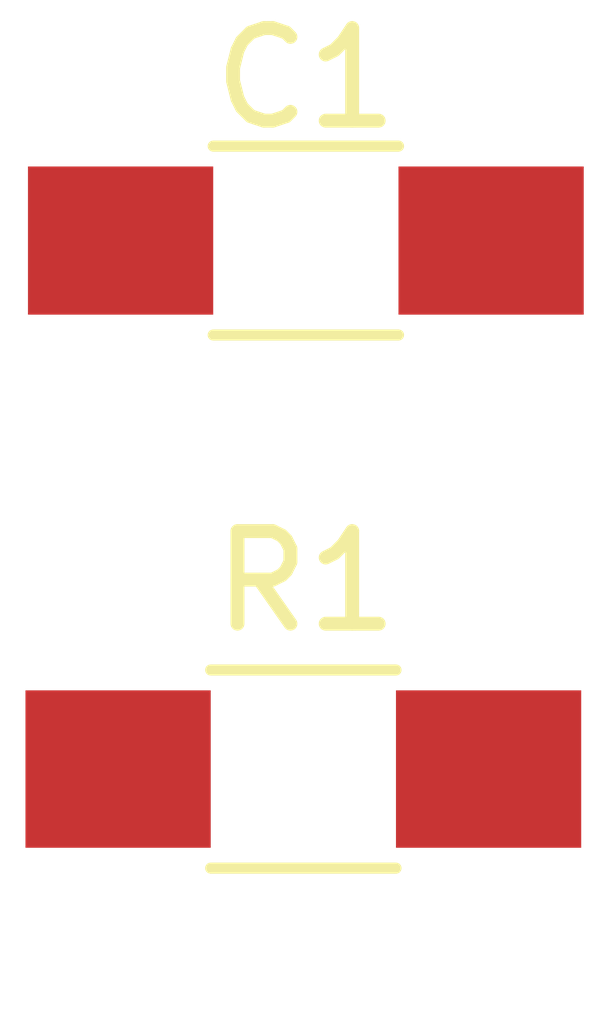
<source format=kicad_pcb>
(kicad_pcb (version 20171130) (host pcbnew "(5.0.0-3-g5ebb6b6)")

  (general
    (thickness 1.6)
    (drawings 0)
    (tracks 0)
    (zones 0)
    (modules 2)
    (nets 5)
  )

  (page A4)
  (layers
    (0 F.Cu signal)
    (31 B.Cu signal)
    (32 B.Adhes user)
    (33 F.Adhes user)
    (34 B.Paste user)
    (35 F.Paste user)
    (36 B.SilkS user)
    (37 F.SilkS user)
    (38 B.Mask user)
    (39 F.Mask user)
    (40 Dwgs.User user)
    (41 Cmts.User user)
    (42 Eco1.User user)
    (43 Eco2.User user)
    (44 Edge.Cuts user)
    (45 Margin user)
    (46 B.CrtYd user)
    (47 F.CrtYd user)
    (48 B.Fab user)
    (49 F.Fab user)
  )

  (setup
    (last_trace_width 0.25)
    (trace_clearance 0.2)
    (zone_clearance 0.508)
    (zone_45_only no)
    (trace_min 0.2)
    (segment_width 0.2)
    (edge_width 0.15)
    (via_size 0.8)
    (via_drill 0.4)
    (via_min_size 0.4)
    (via_min_drill 0.3)
    (uvia_size 0.3)
    (uvia_drill 0.1)
    (uvias_allowed no)
    (uvia_min_size 0.2)
    (uvia_min_drill 0.1)
    (pcb_text_width 0.3)
    (pcb_text_size 1.5 1.5)
    (mod_edge_width 0.15)
    (mod_text_size 1 1)
    (mod_text_width 0.15)
    (pad_size 1.524 1.524)
    (pad_drill 0.762)
    (pad_to_mask_clearance 0.2)
    (aux_axis_origin 0 0)
    (visible_elements FFFFFF7F)
    (pcbplotparams
      (layerselection 0x010fc_ffffffff)
      (usegerberextensions false)
      (usegerberattributes false)
      (usegerberadvancedattributes false)
      (creategerberjobfile false)
      (excludeedgelayer true)
      (linewidth 0.100000)
      (plotframeref false)
      (viasonmask false)
      (mode 1)
      (useauxorigin false)
      (hpglpennumber 1)
      (hpglpenspeed 20)
      (hpglpendiameter 15.000000)
      (psnegative false)
      (psa4output false)
      (plotreference true)
      (plotvalue true)
      (plotinvisibletext false)
      (padsonsilk false)
      (subtractmaskfromsilk false)
      (outputformat 1)
      (mirror false)
      (drillshape 1)
      (scaleselection 1)
      (outputdirectory ""))
  )

  (net 0 "")
  (net 1 "Net-(R1-Pad2)")
  (net 2 "Net-(R1-Pad1)")
  (net 3 "Net-(C1-Pad2)")
  (net 4 "Net-(C1-Pad1)")

  (net_class Default "This is the default net class."
    (clearance 0.2)
    (trace_width 0.25)
    (via_dia 0.8)
    (via_drill 0.4)
    (uvia_dia 0.3)
    (uvia_drill 0.1)
    (add_net "Net-(C1-Pad1)")
    (add_net "Net-(C1-Pad2)")
    (add_net "Net-(R1-Pad1)")
    (add_net "Net-(R1-Pad2)")
  )

  (module Capacitors_SMD:C_1206_HandSoldering (layer F.Cu) (tedit 58AA84D1) (tstamp 5B8BF3F6)
    (at 121.031 52.959)
    (descr "Capacitor SMD 1206, hand soldering")
    (tags "capacitor 1206")
    (path /5B92BCF9)
    (attr smd)
    (fp_text reference C1 (at 0 -1.75) (layer F.SilkS)
      (effects (font (size 1 1) (thickness 0.15)))
    )
    (fp_text value C (at 0 2) (layer F.Fab)
      (effects (font (size 1 1) (thickness 0.15)))
    )
    (fp_text user %R (at 0 -1.75) (layer F.Fab)
      (effects (font (size 1 1) (thickness 0.15)))
    )
    (fp_line (start -1.6 0.8) (end -1.6 -0.8) (layer F.Fab) (width 0.1))
    (fp_line (start 1.6 0.8) (end -1.6 0.8) (layer F.Fab) (width 0.1))
    (fp_line (start 1.6 -0.8) (end 1.6 0.8) (layer F.Fab) (width 0.1))
    (fp_line (start -1.6 -0.8) (end 1.6 -0.8) (layer F.Fab) (width 0.1))
    (fp_line (start 1 -1.02) (end -1 -1.02) (layer F.SilkS) (width 0.12))
    (fp_line (start -1 1.02) (end 1 1.02) (layer F.SilkS) (width 0.12))
    (fp_line (start -3.25 -1.05) (end 3.25 -1.05) (layer F.CrtYd) (width 0.05))
    (fp_line (start -3.25 -1.05) (end -3.25 1.05) (layer F.CrtYd) (width 0.05))
    (fp_line (start 3.25 1.05) (end 3.25 -1.05) (layer F.CrtYd) (width 0.05))
    (fp_line (start 3.25 1.05) (end -3.25 1.05) (layer F.CrtYd) (width 0.05))
    (pad 1 smd rect (at -2 0) (size 2 1.6) (layers F.Cu F.Paste F.Mask)
      (net 4 "Net-(C1-Pad1)"))
    (pad 2 smd rect (at 2 0) (size 2 1.6) (layers F.Cu F.Paste F.Mask)
      (net 3 "Net-(C1-Pad2)"))
    (model Capacitors_SMD.3dshapes/C_1206.wrl
      (at (xyz 0 0 0))
      (scale (xyz 1 1 1))
      (rotate (xyz 0 0 0))
    )
  )

  (module Resistors_SMD:R_1206_HandSoldering (layer F.Cu) (tedit 58E0A804) (tstamp 5B8BF407)
    (at 121.004001 58.667001)
    (descr "Resistor SMD 1206, hand soldering")
    (tags "resistor 1206")
    (path /5B92BD8E)
    (attr smd)
    (fp_text reference R1 (at 0.026999 -2.025001) (layer F.SilkS)
      (effects (font (size 1 1) (thickness 0.15)))
    )
    (fp_text value R (at 0 1.9) (layer F.Fab)
      (effects (font (size 1 1) (thickness 0.15)))
    )
    (fp_text user %R (at 0 0) (layer F.Fab)
      (effects (font (size 0.7 0.7) (thickness 0.105)))
    )
    (fp_line (start -1.6 0.8) (end -1.6 -0.8) (layer F.Fab) (width 0.1))
    (fp_line (start 1.6 0.8) (end -1.6 0.8) (layer F.Fab) (width 0.1))
    (fp_line (start 1.6 -0.8) (end 1.6 0.8) (layer F.Fab) (width 0.1))
    (fp_line (start -1.6 -0.8) (end 1.6 -0.8) (layer F.Fab) (width 0.1))
    (fp_line (start 1 1.07) (end -1 1.07) (layer F.SilkS) (width 0.12))
    (fp_line (start -1 -1.07) (end 1 -1.07) (layer F.SilkS) (width 0.12))
    (fp_line (start -3.25 -1.11) (end 3.25 -1.11) (layer F.CrtYd) (width 0.05))
    (fp_line (start -3.25 -1.11) (end -3.25 1.1) (layer F.CrtYd) (width 0.05))
    (fp_line (start 3.25 1.1) (end 3.25 -1.11) (layer F.CrtYd) (width 0.05))
    (fp_line (start 3.25 1.1) (end -3.25 1.1) (layer F.CrtYd) (width 0.05))
    (pad 1 smd rect (at -2 0) (size 2 1.7) (layers F.Cu F.Paste F.Mask)
      (net 2 "Net-(R1-Pad1)"))
    (pad 2 smd rect (at 2 0) (size 2 1.7) (layers F.Cu F.Paste F.Mask)
      (net 1 "Net-(R1-Pad2)"))
    (model ${KISYS3DMOD}/Resistors_SMD.3dshapes/R_1206.wrl
      (at (xyz 0 0 0))
      (scale (xyz 1 1 1))
      (rotate (xyz 0 0 0))
    )
  )

)

</source>
